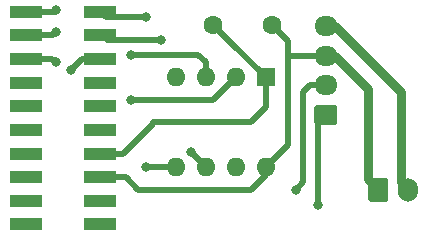
<source format=gbr>
G04 #@! TF.GenerationSoftware,KiCad,Pcbnew,5.0.2+dfsg1-1*
G04 #@! TF.CreationDate,2020-08-26T18:16:29+10:00*
G04 #@! TF.ProjectId,board_k,626f6172-645f-46b2-9e6b-696361645f70,rev?*
G04 #@! TF.SameCoordinates,Original*
G04 #@! TF.FileFunction,Copper,L2,Bot*
G04 #@! TF.FilePolarity,Positive*
%FSLAX46Y46*%
G04 Gerber Fmt 4.6, Leading zero omitted, Abs format (unit mm)*
G04 Created by KiCad (PCBNEW 5.0.2+dfsg1-1) date Wed Aug 26 18:16:29 2020*
%MOMM*%
%LPD*%
G01*
G04 APERTURE LIST*
G04 #@! TA.AperFunction,Conductor*
%ADD10C,0.100000*%
G04 #@! TD*
G04 #@! TA.AperFunction,ComponentPad*
%ADD11C,1.700000*%
G04 #@! TD*
G04 #@! TA.AperFunction,ComponentPad*
%ADD12O,1.950000X1.700000*%
G04 #@! TD*
G04 #@! TA.AperFunction,ComponentPad*
%ADD13O,1.700000X2.000000*%
G04 #@! TD*
G04 #@! TA.AperFunction,ComponentPad*
%ADD14R,1.600000X1.600000*%
G04 #@! TD*
G04 #@! TA.AperFunction,ComponentPad*
%ADD15O,1.600000X1.600000*%
G04 #@! TD*
G04 #@! TA.AperFunction,SMDPad,CuDef*
%ADD16R,2.750000X1.000000*%
G04 #@! TD*
G04 #@! TA.AperFunction,ComponentPad*
%ADD17C,1.600000*%
G04 #@! TD*
G04 #@! TA.AperFunction,ViaPad*
%ADD18C,0.800000*%
G04 #@! TD*
G04 #@! TA.AperFunction,Conductor*
%ADD19C,0.508000*%
G04 #@! TD*
G04 #@! TA.AperFunction,Conductor*
%ADD20C,0.750000*%
G04 #@! TD*
G04 APERTURE END LIST*
D10*
G04 #@! TO.N,txd*
G04 #@! TO.C,J3*
G36*
X152514504Y-93131204D02*
X152538773Y-93134804D01*
X152562571Y-93140765D01*
X152585671Y-93149030D01*
X152607849Y-93159520D01*
X152628893Y-93172133D01*
X152648598Y-93186747D01*
X152666777Y-93203223D01*
X152683253Y-93221402D01*
X152697867Y-93241107D01*
X152710480Y-93262151D01*
X152720970Y-93284329D01*
X152729235Y-93307429D01*
X152735196Y-93331227D01*
X152738796Y-93355496D01*
X152740000Y-93380000D01*
X152740000Y-94580000D01*
X152738796Y-94604504D01*
X152735196Y-94628773D01*
X152729235Y-94652571D01*
X152720970Y-94675671D01*
X152710480Y-94697849D01*
X152697867Y-94718893D01*
X152683253Y-94738598D01*
X152666777Y-94756777D01*
X152648598Y-94773253D01*
X152628893Y-94787867D01*
X152607849Y-94800480D01*
X152585671Y-94810970D01*
X152562571Y-94819235D01*
X152538773Y-94825196D01*
X152514504Y-94828796D01*
X152490000Y-94830000D01*
X151040000Y-94830000D01*
X151015496Y-94828796D01*
X150991227Y-94825196D01*
X150967429Y-94819235D01*
X150944329Y-94810970D01*
X150922151Y-94800480D01*
X150901107Y-94787867D01*
X150881402Y-94773253D01*
X150863223Y-94756777D01*
X150846747Y-94738598D01*
X150832133Y-94718893D01*
X150819520Y-94697849D01*
X150809030Y-94675671D01*
X150800765Y-94652571D01*
X150794804Y-94628773D01*
X150791204Y-94604504D01*
X150790000Y-94580000D01*
X150790000Y-93380000D01*
X150791204Y-93355496D01*
X150794804Y-93331227D01*
X150800765Y-93307429D01*
X150809030Y-93284329D01*
X150819520Y-93262151D01*
X150832133Y-93241107D01*
X150846747Y-93221402D01*
X150863223Y-93203223D01*
X150881402Y-93186747D01*
X150901107Y-93172133D01*
X150922151Y-93159520D01*
X150944329Y-93149030D01*
X150967429Y-93140765D01*
X150991227Y-93134804D01*
X151015496Y-93131204D01*
X151040000Y-93130000D01*
X152490000Y-93130000D01*
X152514504Y-93131204D01*
X152514504Y-93131204D01*
G37*
D11*
G04 #@! TD*
G04 #@! TO.P,J3,1*
G04 #@! TO.N,txd*
X151765000Y-93980000D03*
D12*
G04 #@! TO.P,J3,2*
G04 #@! TO.N,rxd*
X151765000Y-91480000D03*
G04 #@! TO.P,J3,3*
G04 #@! TO.N,GND*
X151765000Y-88980000D03*
G04 #@! TO.P,J3,4*
G04 #@! TO.N,+5V*
X151765000Y-86480000D03*
G04 #@! TD*
D10*
G04 #@! TO.N,GND*
G04 #@! TO.C,J2*
G36*
X156834504Y-99331204D02*
X156858773Y-99334804D01*
X156882571Y-99340765D01*
X156905671Y-99349030D01*
X156927849Y-99359520D01*
X156948893Y-99372133D01*
X156968598Y-99386747D01*
X156986777Y-99403223D01*
X157003253Y-99421402D01*
X157017867Y-99441107D01*
X157030480Y-99462151D01*
X157040970Y-99484329D01*
X157049235Y-99507429D01*
X157055196Y-99531227D01*
X157058796Y-99555496D01*
X157060000Y-99580000D01*
X157060000Y-101080000D01*
X157058796Y-101104504D01*
X157055196Y-101128773D01*
X157049235Y-101152571D01*
X157040970Y-101175671D01*
X157030480Y-101197849D01*
X157017867Y-101218893D01*
X157003253Y-101238598D01*
X156986777Y-101256777D01*
X156968598Y-101273253D01*
X156948893Y-101287867D01*
X156927849Y-101300480D01*
X156905671Y-101310970D01*
X156882571Y-101319235D01*
X156858773Y-101325196D01*
X156834504Y-101328796D01*
X156810000Y-101330000D01*
X155610000Y-101330000D01*
X155585496Y-101328796D01*
X155561227Y-101325196D01*
X155537429Y-101319235D01*
X155514329Y-101310970D01*
X155492151Y-101300480D01*
X155471107Y-101287867D01*
X155451402Y-101273253D01*
X155433223Y-101256777D01*
X155416747Y-101238598D01*
X155402133Y-101218893D01*
X155389520Y-101197849D01*
X155379030Y-101175671D01*
X155370765Y-101152571D01*
X155364804Y-101128773D01*
X155361204Y-101104504D01*
X155360000Y-101080000D01*
X155360000Y-99580000D01*
X155361204Y-99555496D01*
X155364804Y-99531227D01*
X155370765Y-99507429D01*
X155379030Y-99484329D01*
X155389520Y-99462151D01*
X155402133Y-99441107D01*
X155416747Y-99421402D01*
X155433223Y-99403223D01*
X155451402Y-99386747D01*
X155471107Y-99372133D01*
X155492151Y-99359520D01*
X155514329Y-99349030D01*
X155537429Y-99340765D01*
X155561227Y-99334804D01*
X155585496Y-99331204D01*
X155610000Y-99330000D01*
X156810000Y-99330000D01*
X156834504Y-99331204D01*
X156834504Y-99331204D01*
G37*
D11*
G04 #@! TD*
G04 #@! TO.P,J2,1*
G04 #@! TO.N,GND*
X156210000Y-100330000D03*
D13*
G04 #@! TO.P,J2,2*
G04 #@! TO.N,+5V*
X158710000Y-100330000D03*
G04 #@! TD*
D14*
G04 #@! TO.P,U1,1*
G04 #@! TO.N,+3V3*
X146685000Y-90805000D03*
D15*
G04 #@! TO.P,U1,5*
G04 #@! TO.N,ss*
X139065000Y-98425000D03*
G04 #@! TO.P,U1,2*
G04 #@! TO.N,miso*
X144145000Y-90805000D03*
G04 #@! TO.P,U1,6*
G04 #@! TO.N,mosi*
X141605000Y-98425000D03*
G04 #@! TO.P,U1,3*
G04 #@! TO.N,ck*
X141605000Y-90805000D03*
G04 #@! TO.P,U1,7*
G04 #@! TO.N,Net-(U1-Pad7)*
X144145000Y-98425000D03*
G04 #@! TO.P,U1,4*
G04 #@! TO.N,Net-(U1-Pad4)*
X139065000Y-90805000D03*
G04 #@! TO.P,U1,8*
G04 #@! TO.N,GND*
X146685000Y-98425000D03*
G04 #@! TD*
D16*
G04 #@! TO.P,J1,1*
G04 #@! TO.N,ck*
X126415000Y-85250000D03*
G04 #@! TO.P,J1,2*
G04 #@! TO.N,ss*
X132665000Y-85250000D03*
G04 #@! TO.P,J1,3*
G04 #@! TO.N,miso*
X126415000Y-87250000D03*
G04 #@! TO.P,J1,4*
G04 #@! TO.N,mosi*
X132665000Y-87250000D03*
G04 #@! TO.P,J1,5*
G04 #@! TO.N,txd*
X126415000Y-89250000D03*
G04 #@! TO.P,J1,6*
G04 #@! TO.N,rxd*
X132665000Y-89250000D03*
G04 #@! TO.P,J1,7*
G04 #@! TO.N,Net-(J1-Pad7)*
X126415000Y-91250000D03*
G04 #@! TO.P,J1,8*
G04 #@! TO.N,Net-(J1-Pad8)*
X132665000Y-91250000D03*
G04 #@! TO.P,J1,9*
G04 #@! TO.N,Net-(J1-Pad9)*
X126415000Y-93250000D03*
G04 #@! TO.P,J1,10*
G04 #@! TO.N,Net-(J1-Pad10)*
X132665000Y-93250000D03*
G04 #@! TO.P,J1,11*
G04 #@! TO.N,Net-(J1-Pad11)*
X126415000Y-95250000D03*
G04 #@! TO.P,J1,12*
G04 #@! TO.N,Net-(J1-Pad12)*
X132665000Y-95250000D03*
G04 #@! TO.P,J1,13*
G04 #@! TO.N,Net-(J1-Pad13)*
X126415000Y-97250000D03*
G04 #@! TO.P,J1,14*
G04 #@! TO.N,+3V3*
X132665000Y-97250000D03*
G04 #@! TO.P,J1,15*
G04 #@! TO.N,Net-(J1-Pad15)*
X126415000Y-99250000D03*
G04 #@! TO.P,J1,16*
G04 #@! TO.N,GND*
X132665000Y-99250000D03*
G04 #@! TO.P,J1,17*
G04 #@! TO.N,Net-(J1-Pad17)*
X126415000Y-101250000D03*
G04 #@! TO.P,J1,18*
G04 #@! TO.N,Net-(J1-Pad18)*
X132665000Y-101250000D03*
G04 #@! TO.P,J1,19*
G04 #@! TO.N,Net-(J1-Pad19)*
X126415000Y-103250000D03*
G04 #@! TO.P,J1,20*
G04 #@! TO.N,Net-(J1-Pad20)*
X132665000Y-103250000D03*
G04 #@! TD*
D17*
G04 #@! TO.P,C1,1*
G04 #@! TO.N,+3V3*
X142240000Y-86360000D03*
G04 #@! TO.P,C1,2*
G04 #@! TO.N,GND*
X147240000Y-86360000D03*
G04 #@! TD*
D18*
G04 #@! TO.N,ss*
X136525000Y-85725000D03*
X136525000Y-98425000D03*
G04 #@! TO.N,miso*
X128905000Y-86995000D03*
X135255000Y-92710000D03*
G04 #@! TO.N,mosi*
X140335000Y-97155000D03*
X137795000Y-87630000D03*
G04 #@! TO.N,ck*
X128905000Y-85090000D03*
X135255000Y-88900000D03*
G04 #@! TO.N,txd*
X128905000Y-89535000D03*
X151130000Y-101600000D03*
G04 #@! TO.N,rxd*
X130175000Y-90170000D03*
X149225000Y-100330000D03*
G04 #@! TD*
D19*
G04 #@! TO.N,+3V3*
X146685000Y-93345000D02*
X145415000Y-94615000D01*
X146685000Y-90805000D02*
X146685000Y-93345000D01*
X134620000Y-97250000D02*
X132665000Y-97250000D01*
X145415000Y-94615000D02*
X137160000Y-94615000D01*
X137160000Y-94710000D02*
X134620000Y-97250000D01*
X137160000Y-94615000D02*
X137160000Y-94710000D01*
X143510000Y-87630000D02*
X146685000Y-90805000D01*
X142240000Y-86360000D02*
X143510000Y-87630000D01*
G04 #@! TO.N,ss*
X133140000Y-85725000D02*
X132665000Y-85250000D01*
X136525000Y-85725000D02*
X133140000Y-85725000D01*
X139065000Y-98425000D02*
X136525000Y-98425000D01*
G04 #@! TO.N,miso*
X128650000Y-87250000D02*
X128905000Y-86995000D01*
X126415000Y-87250000D02*
X128650000Y-87250000D01*
X142240000Y-92710000D02*
X135255000Y-92710000D01*
X144145000Y-90805000D02*
X142240000Y-92710000D01*
G04 #@! TO.N,mosi*
X141605000Y-98425000D02*
X140335000Y-97155000D01*
X133350000Y-87630000D02*
X132665000Y-87250000D01*
X137795000Y-87630000D02*
X133350000Y-87630000D01*
G04 #@! TO.N,ck*
X128745000Y-85250000D02*
X128905000Y-85090000D01*
X126415000Y-85250000D02*
X128745000Y-85250000D01*
X141605000Y-90805000D02*
X141605000Y-89535000D01*
X141605000Y-89535000D02*
X140970000Y-88900000D01*
X135255000Y-88900000D02*
X140970000Y-88900000D01*
G04 #@! TO.N,GND*
X132665000Y-99250000D02*
X134810000Y-99250000D01*
X134810000Y-99250000D02*
X135890000Y-100330000D01*
X145415000Y-100330000D02*
X146685000Y-99060000D01*
X135890000Y-100330000D02*
X145415000Y-100330000D01*
X146685000Y-99060000D02*
X146685000Y-98425000D01*
X146685000Y-98425000D02*
X148590000Y-96520000D01*
X148590000Y-87710000D02*
X147240000Y-86360000D01*
X148670000Y-88980000D02*
X152400000Y-88980000D01*
X148590000Y-88900000D02*
X148670000Y-88980000D01*
X148590000Y-88900000D02*
X148590000Y-87710000D01*
X148590000Y-96520000D02*
X148590000Y-88900000D01*
D20*
X152525000Y-88980000D02*
X152400000Y-88980000D01*
X155304447Y-99424447D02*
X155304447Y-91759447D01*
X155304447Y-91759447D02*
X152525000Y-88980000D01*
X156210000Y-100330000D02*
X155304447Y-99424447D01*
D19*
G04 #@! TO.N,txd*
X126415000Y-89250000D02*
X128620000Y-89250000D01*
X128620000Y-89250000D02*
X128905000Y-89535000D01*
X151130000Y-94615000D02*
X151765000Y-93980000D01*
X151130000Y-101600000D02*
X151130000Y-94615000D01*
G04 #@! TO.N,rxd*
X132665000Y-89250000D02*
X131095000Y-89250000D01*
X131095000Y-89250000D02*
X130175000Y-90170000D01*
X150455000Y-91480000D02*
X152400000Y-91480000D01*
X149860000Y-92075000D02*
X150455000Y-91480000D01*
X149225000Y-100330000D02*
X149860000Y-99695000D01*
X149860000Y-99695000D02*
X149860000Y-92075000D01*
D20*
G04 #@! TO.N,+5V*
X152400000Y-86480000D02*
X152525000Y-86480000D01*
X158710000Y-100330000D02*
X158710000Y-100290000D01*
X158115000Y-99695000D02*
X158115000Y-92070000D01*
X158710000Y-100290000D02*
X158115000Y-99695000D01*
X152525000Y-86480000D02*
X158115000Y-92070000D01*
G04 #@! TD*
M02*

</source>
